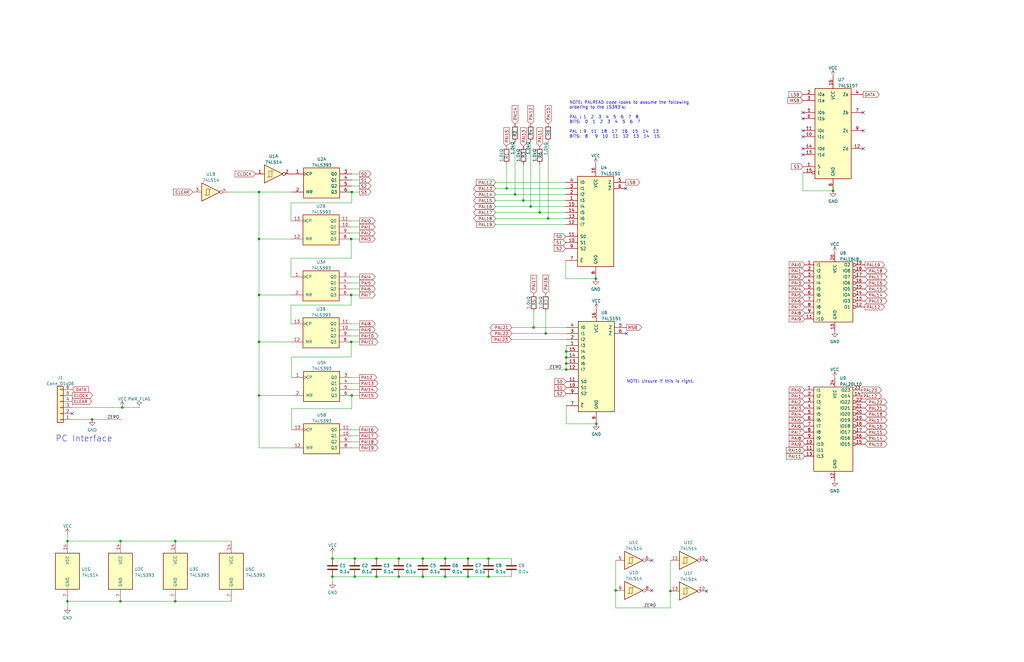
<source format=kicad_sch>
(kicad_sch (version 20211123) (generator eeschema)
  (paper "B")
  (lib_symbols
    (symbol "74xx:74LS14" (pin_names (offset 1.016))
      (property "Reference" "U" (at 0 1.27 0))
      (property "Value" "74LS14" (at 0 -1.27 0))
      (symbol "74LS14_1_0"
        (polyline (pts (xy -3.81 3.81) (xy -3.81 -3.81) (xy 3.81 0) (xy -3.81 3.81)) (stroke (width 0.254)) (fill (type background)))
        (pin input line (at -7.62 0 0) (length 3.81) (name "~") (number "1"))
        (pin output inverted (at 7.62 0 180) (length 3.81) (name "~") (number "2"))
      )
      (symbol "74LS14_1_1"
        (polyline (pts (xy -1.905 -1.27) (xy -1.905 1.27) (xy -0.635 1.27)))
        (polyline (pts (xy -2.54 -1.27) (xy -0.635 -1.27) (xy -0.635 1.27) (xy 0 1.27)))
      )
      (symbol "74LS14_2_0"
        (polyline (pts (xy -3.81 3.81) (xy -3.81 -3.81) (xy 3.81 0) (xy -3.81 3.81)) (stroke (width 0.254)) (fill (type background)))
        (pin input line (at -7.62 0 0) (length 3.81) (name "~") (number "3"))
        (pin output inverted (at 7.62 0 180) (length 3.81) (name "~") (number "4"))
      )
      (symbol "74LS14_2_1"
        (polyline (pts (xy -1.905 -1.27) (xy -1.905 1.27) (xy -0.635 1.27)))
        (polyline (pts (xy -2.54 -1.27) (xy -0.635 -1.27) (xy -0.635 1.27) (xy 0 1.27)))
      )
      (symbol "74LS14_3_0"
        (polyline (pts (xy -3.81 3.81) (xy -3.81 -3.81) (xy 3.81 0) (xy -3.81 3.81)) (stroke (width 0.254)) (fill (type background)))
        (pin input line (at -7.62 0 0) (length 3.81) (name "~") (number "5"))
        (pin output inverted (at 7.62 0 180) (length 3.81) (name "~") (number "6"))
      )
      (symbol "74LS14_3_1"
        (polyline (pts (xy -1.905 -1.27) (xy -1.905 1.27) (xy -0.635 1.27)))
        (polyline (pts (xy -2.54 -1.27) (xy -0.635 -1.27) (xy -0.635 1.27) (xy 0 1.27)))
      )
      (symbol "74LS14_4_0"
        (polyline (pts (xy -3.81 3.81) (xy -3.81 -3.81) (xy 3.81 0) (xy -3.81 3.81)) (stroke (width 0.254)) (fill (type background)))
        (pin output inverted (at 7.62 0 180) (length 3.81) (name "~") (number "8"))
        (pin input line (at -7.62 0 0) (length 3.81) (name "~") (number "9"))
      )
      (symbol "74LS14_4_1"
        (polyline (pts (xy -1.905 -1.27) (xy -1.905 1.27) (xy -0.635 1.27)))
        (polyline (pts (xy -2.54 -1.27) (xy -0.635 -1.27) (xy -0.635 1.27) (xy 0 1.27)))
      )
      (symbol "74LS14_5_0"
        (polyline (pts (xy -3.81 3.81) (xy -3.81 -3.81) (xy 3.81 0) (xy -3.81 3.81)) (stroke (width 0.254)) (fill (type background)))
        (pin output inverted (at 7.62 0 180) (length 3.81) (name "~") (number "10"))
        (pin input line (at -7.62 0 0) (length 3.81) (name "~") (number "11"))
      )
      (symbol "74LS14_5_1"
        (polyline (pts (xy -1.905 -1.27) (xy -1.905 1.27) (xy -0.635 1.27)))
        (polyline (pts (xy -2.54 -1.27) (xy -0.635 -1.27) (xy -0.635 1.27) (xy 0 1.27)))
      )
      (symbol "74LS14_6_0"
        (polyline (pts (xy -3.81 3.81) (xy -3.81 -3.81) (xy 3.81 0) (xy -3.81 3.81)) (stroke (width 0.254)) (fill (type background)))
        (pin output inverted (at 7.62 0 180) (length 3.81) (name "~") (number "12"))
        (pin input line (at -7.62 0 0) (length 3.81) (name "~") (number "13"))
      )
      (symbol "74LS14_6_1"
        (polyline (pts (xy -1.905 -1.27) (xy -1.905 1.27) (xy -0.635 1.27)))
        (polyline (pts (xy -2.54 -1.27) (xy -0.635 -1.27) (xy -0.635 1.27) (xy 0 1.27)))
      )
      (symbol "74LS14_7_0"
        (pin power_in line (at 0 12.7 270) (length 5.08) (name "VCC") (number "14"))
        (pin power_in line (at 0 -12.7 90) (length 5.08) (name "GND") (number "7"))
      )
      (symbol "74LS14_7_1"
        (rectangle (start -5.08 7.62) (end 5.08 -7.62) (stroke (width 0.254)) (fill (type background)))
      )
    )
    (symbol "74xx:74LS151" (pin_names (offset 1.016))
      (property "Reference" "U" (at -7.62 19.05 0))
      (property "Value" "74LS151" (at -7.62 -21.59 0))
      (symbol "74LS151_1_0"
        (pin input line (at -12.7 7.62 0) (length 5.08) (name "I3") (number "1"))
        (pin input line (at -12.7 -10.16 0) (length 5.08) (name "S1") (number "10"))
        (pin input line (at -12.7 -7.62 0) (length 5.08) (name "S0") (number "11"))
        (pin input line (at -12.7 -2.54 0) (length 5.08) (name "I7") (number "12"))
        (pin input line (at -12.7 0 0) (length 5.08) (name "I6") (number "13"))
        (pin input line (at -12.7 2.54 0) (length 5.08) (name "I5") (number "14"))
        (pin input line (at -12.7 5.08 0) (length 5.08) (name "I4") (number "15"))
        (pin power_in line (at 0 22.86 270) (length 5.08) (name "VCC") (number "16"))
        (pin input line (at -12.7 10.16 0) (length 5.08) (name "I2") (number "2"))
        (pin input line (at -12.7 12.7 0) (length 5.08) (name "I1") (number "3"))
        (pin input line (at -12.7 15.24 0) (length 5.08) (name "I0") (number "4"))
        (pin output line (at 12.7 15.24 180) (length 5.08) (name "Z") (number "5"))
        (pin output line (at 12.7 12.7 180) (length 5.08) (name "~{Z}") (number "6"))
        (pin input line (at -12.7 -17.78 0) (length 5.08) (name "~{E}") (number "7"))
        (pin power_in line (at 0 -25.4 90) (length 5.08) (name "GND") (number "8"))
        (pin input line (at -12.7 -12.7 0) (length 5.08) (name "S2") (number "9"))
      )
      (symbol "74LS151_1_1"
        (rectangle (start -7.62 17.78) (end 7.62 -20.32) (stroke (width 0.254)) (fill (type background)))
      )
    )
    (symbol "74xx:74LS157" (pin_names (offset 1.016))
      (property "Reference" "U" (at -7.62 19.05 0))
      (property "Value" "74LS157" (at -7.62 -21.59 0))
      (symbol "74LS157_1_0"
        (pin input line (at -12.7 -15.24 0) (length 5.08) (name "S") (number "1"))
        (pin input line (at -12.7 -2.54 0) (length 5.08) (name "I1c") (number "10"))
        (pin input line (at -12.7 0 0) (length 5.08) (name "I0c") (number "11"))
        (pin output line (at 12.7 -7.62 180) (length 5.08) (name "Zd") (number "12"))
        (pin input line (at -12.7 -10.16 0) (length 5.08) (name "I1d") (number "13"))
        (pin input line (at -12.7 -7.62 0) (length 5.08) (name "I0d") (number "14"))
        (pin input inverted (at -12.7 -17.78 0) (length 5.08) (name "E") (number "15"))
        (pin power_in line (at 0 22.86 270) (length 5.08) (name "VCC") (number "16"))
        (pin input line (at -12.7 15.24 0) (length 5.08) (name "I0a") (number "2"))
        (pin input line (at -12.7 12.7 0) (length 5.08) (name "I1a") (number "3"))
        (pin output line (at 12.7 15.24 180) (length 5.08) (name "Za") (number "4"))
        (pin input line (at -12.7 7.62 0) (length 5.08) (name "I0b") (number "5"))
        (pin input line (at -12.7 5.08 0) (length 5.08) (name "I1b") (number "6"))
        (pin output line (at 12.7 7.62 180) (length 5.08) (name "Zb") (number "7"))
        (pin power_in line (at 0 -25.4 90) (length 5.08) (name "GND") (number "8"))
        (pin output line (at 12.7 0 180) (length 5.08) (name "Zc") (number "9"))
      )
      (symbol "74LS157_1_1"
        (rectangle (start -7.62 17.78) (end 7.62 -20.32) (stroke (width 0.254)) (fill (type background)))
      )
    )
    (symbol "74xx:74LS393" (pin_names (offset 1.016))
      (property "Reference" "U" (at -7.62 8.89 0))
      (property "Value" "74LS393" (at -7.62 -8.89 0))
      (symbol "74LS393_1_0"
        (pin input clock (at -12.7 2.54 0) (length 5.08) (name "CP") (number "1"))
        (pin input line (at -12.7 -5.08 0) (length 5.08) (name "MR") (number "2"))
        (pin output line (at 12.7 2.54 180) (length 5.08) (name "Q0") (number "3"))
        (pin output line (at 12.7 0 180) (length 5.08) (name "Q1") (number "4"))
        (pin output line (at 12.7 -2.54 180) (length 5.08) (name "Q2") (number "5"))
        (pin output line (at 12.7 -5.08 180) (length 5.08) (name "Q3") (number "6"))
      )
      (symbol "74LS393_1_1"
        (rectangle (start -7.62 5.08) (end 7.62 -7.62) (stroke (width 0.254)) (fill (type background)))
      )
      (symbol "74LS393_2_0"
        (pin output line (at 12.7 0 180) (length 5.08) (name "Q1") (number "10"))
        (pin output line (at 12.7 2.54 180) (length 5.08) (name "Q0") (number "11"))
        (pin input line (at -12.7 -5.08 0) (length 5.08) (name "MR") (number "12"))
        (pin input clock (at -12.7 2.54 0) (length 5.08) (name "CP") (number "13"))
        (pin output line (at 12.7 -5.08 180) (length 5.08) (name "Q3") (number "8"))
        (pin output line (at 12.7 -2.54 180) (length 5.08) (name "Q2") (number "9"))
      )
      (symbol "74LS393_2_1"
        (rectangle (start -7.62 5.08) (end 7.62 -7.62) (stroke (width 0.254)) (fill (type background)))
      )
      (symbol "74LS393_3_0"
        (pin power_in line (at 0 12.7 270) (length 5.08) (name "VCC") (number "14"))
        (pin power_in line (at 0 -12.7 90) (length 5.08) (name "GND") (number "7"))
      )
      (symbol "74LS393_3_1"
        (rectangle (start -5.08 7.62) (end 5.08 -7.62) (stroke (width 0.254)) (fill (type background)))
      )
    )
    (symbol "Connector_Generic:Conn_01x06" (pin_names (offset 1.016) hide)
      (property "Reference" "J" (at 0 7.62 0))
      (property "Value" "Conn_01x06" (at 0 -10.16 0))
      (symbol "Conn_01x06_1_1"
        (rectangle (start -1.27 -7.493) (end 0 -7.747) (stroke (width 0.1524)))
        (rectangle (start -1.27 -4.953) (end 0 -5.207) (stroke (width 0.1524)))
        (rectangle (start -1.27 -2.413) (end 0 -2.667) (stroke (width 0.1524)))
        (rectangle (start -1.27 0.127) (end 0 -0.127) (stroke (width 0.1524)))
        (rectangle (start -1.27 2.667) (end 0 2.413) (stroke (width 0.1524)))
        (rectangle (start -1.27 5.207) (end 0 4.953) (stroke (width 0.1524)))
        (rectangle (start -1.27 6.35) (end 1.27 -8.89) (stroke (width 0.254)) (fill (type background)))
        (pin passive line (at -5.08 5.08 0) (length 3.81) (name "Pin_1") (number "1"))
        (pin passive line (at -5.08 2.54 0) (length 3.81) (name "Pin_2") (number "2"))
        (pin passive line (at -5.08 0 0) (length 3.81) (name "Pin_3") (number "3"))
        (pin passive line (at -5.08 -2.54 0) (length 3.81) (name "Pin_4") (number "4"))
        (pin passive line (at -5.08 -5.08 0) (length 3.81) (name "Pin_5") (number "5"))
        (pin passive line (at -5.08 -7.62 0) (length 3.81) (name "Pin_6") (number "6"))
      )
    )
    (symbol "Device:C" (pin_numbers hide) (pin_names (offset 0.254))
      (property "Reference" "C" (at 0.635 2.54 0))
      (property "Value" "C" (at 0.635 -2.54 0))
      (symbol "C_0_1"
        (polyline (pts (xy -2.032 -0.762) (xy 2.032 -0.762)) (stroke (width 0.508)))
        (polyline (pts (xy -2.032 0.762) (xy 2.032 0.762)) (stroke (width 0.508)))
      )
      (symbol "C_1_1"
        (pin passive line (at 0 3.81 270) (length 2.794) (name "~") (number "1"))
        (pin passive line (at 0 -3.81 90) (length 2.794) (name "~") (number "2"))
      )
    )
    (symbol "Device:R" (pin_numbers hide) (pin_names (offset 0))
      (property "Reference" "R" (at 2.032 0 90))
      (property "Value" "R" (at 0 0 90))
      (symbol "R_0_1"
        (rectangle (start -1.016 -2.54) (end 1.016 2.54) (stroke (width 0.254)))
      )
      (symbol "R_1_1"
        (pin passive line (at 0 3.81 270) (length 1.27) (name "~") (number "1"))
        (pin passive line (at 0 -3.81 90) (length 1.27) (name "~") (number "2"))
      )
    )
    (symbol "Logic_Programmable:PAL16L8" (pin_names (offset 1.016))
      (property "Reference" "U8" (at 2.0194 17.6698 0))
      (property "Value" "PAL16L8" (at 2.0194 15.1329 0))
      (symbol "PAL16L8_0_0"
        (pin power_in line (at 0 -15.24 90) (length 3.81) (name "GND") (number "10"))
        (pin power_in line (at 0 17.78 270) (length 3.81) (name "VCC") (number "20"))
      )
      (symbol "PAL16L8_0_1"
        (rectangle (start -8.89 13.97) (end 7.62 -11.43) (stroke (width 0.254)) (fill (type background)))
      )
      (symbol "PAL16L8_1_1"
        (pin input line (at -12.7 12.7 0) (length 3.81) (name "I1") (number "1"))
        (pin input line (at -12.7 -10.16 0) (length 3.81) (name "I10") (number "11"))
        (pin output inverted (at 12.7 -5.08 180) (length 5.08) (name "O1") (number "12"))
        (pin tri_state inverted (at 12.7 -2.54 180) (length 5.08) (name "IO3") (number "13"))
        (pin tri_state inverted (at 12.7 0 180) (length 5.08) (name "IO4") (number "14"))
        (pin tri_state inverted (at 12.7 2.54 180) (length 5.08) (name "IO5") (number "15"))
        (pin tri_state inverted (at 12.7 5.08 180) (length 5.08) (name "IO6") (number "16"))
        (pin tri_state inverted (at 12.7 7.62 180) (length 5.08) (name "I07") (number "17"))
        (pin tri_state inverted (at 12.7 10.16 180) (length 5.08) (name "IO8") (number "18"))
        (pin output inverted (at 12.7 12.7 180) (length 5.08) (name "O2") (number "19"))
        (pin input line (at -12.7 10.16 0) (length 3.81) (name "I2") (number "2"))
        (pin input line (at -12.7 7.62 0) (length 3.81) (name "I3") (number "3"))
        (pin input line (at -12.7 5.08 0) (length 3.81) (name "I4") (number "4"))
        (pin input line (at -12.7 2.54 0) (length 3.81) (name "I5") (number "5"))
        (pin input line (at -12.7 0 0) (length 3.81) (name "I6") (number "6"))
        (pin input line (at -12.7 -2.54 0) (length 3.81) (name "I7") (number "7"))
        (pin input line (at -12.7 -5.08 0) (length 3.81) (name "I8") (number "8"))
        (pin input line (at -12.7 -7.62 0) (length 3.81) (name "I9") (number "9"))
      )
    )
    (symbol "RAC_Custom2:PAL20L10" (pin_names (offset 1.016))
      (property "Reference" "U" (at -8.89 21.59 0))
      (property "Value" "PAL20L10" (at 1.27 21.59 0))
      (symbol "PAL20L10_0_0"
        (pin power_in line (at 0 -20.32 90) (length 3.81) (name "GND") (number "12"))
        (pin power_in line (at 0 22.86 270) (length 3.81) (name "VCC") (number "24"))
      )
      (symbol "PAL20L10_0_1"
        (rectangle (start -8.89 19.05) (end 7.62 -16.51) (stroke (width 0.254)) (fill (type background)))
      )
      (symbol "PAL20L10_1_1"
        (pin input line (at -12.7 17.78 0) (length 3.81) (name "I1") (number "1"))
        (pin input line (at -12.7 -5.08 0) (length 3.81) (name "I10") (number "10"))
        (pin input line (at -12.7 -7.62 0) (length 3.81) (name "I11") (number "11"))
        (pin input line (at -12.7 -10.16 0) (length 3.81) (name "I13") (number "13"))
        (pin output line (at 11.43 15.24 180) (length 3.81) (name "O14") (number "14"))
        (pin tri_state inverted (at 12.7 -5.08 180) (length 5.08) (name "IO15") (number "15"))
        (pin tri_state inverted (at 12.7 -2.54 180) (length 5.08) (name "IO16") (number "16"))
        (pin tri_state inverted (at 12.7 0 180) (length 5.08) (name "IO17") (number "17"))
        (pin tri_state inverted (at 12.7 2.54 180) (length 5.08) (name "IO18") (number "18"))
        (pin tri_state inverted (at 12.7 5.08 180) (length 5.08) (name "IO19") (number "19"))
        (pin input line (at -12.7 15.24 0) (length 3.81) (name "I2") (number "2"))
        (pin tri_state inverted (at 12.7 7.62 180) (length 5.08) (name "I020") (number "20"))
        (pin tri_state inverted (at 12.7 10.16 180) (length 5.08) (name "IO21") (number "21"))
        (pin tri_state inverted (at 12.7 12.7 180) (length 5.08) (name "IO22") (number "22"))
        (pin output line (at 11.43 17.78 180) (length 3.81) (name "O23") (number "23"))
        (pin input line (at -12.7 12.7 0) (length 3.81) (name "I3") (number "3"))
        (pin input line (at -12.7 10.16 0) (length 3.81) (name "I4") (number "4"))
        (pin input line (at -12.7 7.62 0) (length 3.81) (name "I5") (number "5"))
        (pin input line (at -12.7 5.08 0) (length 3.81) (name "I6") (number "6"))
        (pin input line (at -12.7 2.54 0) (length 3.81) (name "I7") (number "7"))
        (pin input line (at -12.7 0 0) (length 3.81) (name "I8") (number "8"))
        (pin input line (at -12.7 -2.54 0) (length 3.81) (name "I9") (number "9"))
      )
    )
    (symbol "power:GND" (power) (pin_names (offset 0))
      (property "Value" "GND" (at 0 -3.81 0))
      (symbol "GND_0_1"
        (polyline (pts (xy 0 0) (xy 0 -1.27) (xy 1.27 -1.27) (xy 0 -2.54) (xy -1.27 -1.27) (xy 0 -1.27)))
      )
      (symbol "GND_1_1"
        (pin power_in line (at 0 0 270) (length 0) hide (name "GND") (number "1"))
      )
    )
    (symbol "power:PWR_FLAG" (power) (pin_numbers hide) (pin_names (offset 0) hide)
      (property "Value" "PWR_FLAG" (at 0 3.81 0))
      (symbol "PWR_FLAG_0_0"
        (pin power_out line (at 0 0 90) (length 0) (name "pwr") (number "1"))
      )
      (symbol "PWR_FLAG_0_1"
        (polyline (pts (xy 0 0) (xy 0 1.27) (xy -1.016 1.905) (xy 0 2.54) (xy 1.016 1.905) (xy 0 1.27)))
      )
    )
    (symbol "power:VCC" (power) (pin_names (offset 0))
      (property "Value" "VCC" (at 0 3.81 0))
      (symbol "VCC_0_1"
        (polyline (pts (xy -0.762 1.27) (xy 0 2.54)))
        (polyline (pts (xy 0 0) (xy 0 2.54)))
        (polyline (pts (xy 0 2.54) (xy 0.762 1.27)))
      )
      (symbol "VCC_1_1"
        (pin power_in line (at 0 0 90) (length 0) hide (name "VCC") (number "1"))
      )
    )
  )
  (junction (at 149.606 243.332))
  (junction (at 38.862 177.038))
  (junction (at 187.706 235.712))
  (junction (at 259.588 249.174))
  (junction (at 148.336 81.026))
  (junction (at 351.282 80.518))
  (junction (at 168.148 243.332))
  (junction (at 109.22 144.272))
  (junction (at 230.124 140.716))
  (junction (at 225.044 138.176))
  (junction (at 140.208 243.332))
  (junction (at 148.082 144.272))
  (junction (at 197.358 243.332))
  (junction (at 158.75 235.712))
  (junction (at 238.76 148.336))
  (junction (at 238.76 153.416))
  (junction (at 187.706 243.332))
  (junction (at 109.22 100.838))
  (junction (at 28.448 253.746))
  (junction (at 109.22 81.026))
  (junction (at 28.448 228.346))
  (junction (at 227.584 89.662))
  (junction (at 51.562 171.958))
  (junction (at 223.774 87.122))
  (junction (at 251.206 117.602))
  (junction (at 238.76 150.876))
  (junction (at 178.308 235.712))
  (junction (at 205.994 235.712))
  (junction (at 148.082 124.46))
  (junction (at 109.22 166.878))
  (junction (at 148.082 100.838))
  (junction (at 140.208 235.712))
  (junction (at 213.614 79.502))
  (junction (at 50.8 228.346))
  (junction (at 197.358 235.712))
  (junction (at 231.14 92.202))
  (junction (at 220.726 84.582))
  (junction (at 50.8 253.746))
  (junction (at 251.46 178.816))
  (junction (at 178.308 243.332))
  (junction (at 205.994 243.332))
  (junction (at 73.914 228.346))
  (junction (at 217.17 82.042))
  (junction (at 109.22 124.46))
  (junction (at 149.606 235.712))
  (junction (at 168.148 235.712))
  (junction (at 73.914 253.746))
  (junction (at 238.76 155.956))
  (junction (at 158.75 243.332))
  (junction (at 148.336 166.878))
  (junction (at 282.702 249.428))
  (no_connect (at 363.982 62.738))
  (no_connect (at 264.16 140.716))
  (no_connect (at 338.582 57.658))
  (no_connect (at 263.906 79.502))
  (no_connect (at 338.582 55.118))
  (no_connect (at 363.982 55.118))
  (no_connect (at 30.48 174.498))
  (no_connect (at 274.828 249.174))
  (no_connect (at 338.582 62.738))
  (no_connect (at 338.582 50.038))
  (no_connect (at 338.582 47.498))
  (no_connect (at 297.942 236.474))
  (no_connect (at 274.828 236.474))
  (no_connect (at 363.982 47.498))
  (no_connect (at 338.582 65.278))
  (no_connect (at 297.942 249.428))
  (wire (pts (xy 220.726 69.342) (xy 220.726 84.582)))
  (wire (pts (xy 215.646 143.256) (xy 238.76 143.256)))
  (wire (pts (xy 251.46 178.816) (xy 238.76 178.816)))
  (wire (pts (xy 215.9 138.176) (xy 225.044 138.176)))
  (wire (pts (xy 148.336 161.798) (xy 151.638 161.798)))
  (wire (pts (xy 187.706 243.332) (xy 197.358 243.332)))
  (wire (pts (xy 148.082 95.758) (xy 151.638 95.758)))
  (wire (pts (xy 148.082 136.652) (xy 151.638 136.652)))
  (wire (pts (xy 217.17 59.944) (xy 217.17 82.042)))
  (wire (pts (xy 30.48 177.038) (xy 38.862 177.038)))
  (wire (pts (xy 168.148 243.332) (xy 178.308 243.332)))
  (wire (pts (xy 238.506 117.602) (xy 238.506 109.982)))
  (wire (pts (xy 122.936 188.976) (xy 109.22 188.976)))
  (wire (pts (xy 122.936 166.878) (xy 109.22 166.878)))
  (wire (pts (xy 148.082 141.732) (xy 151.638 141.732)))
  (wire (pts (xy 122.936 172.466) (xy 122.936 181.356)))
  (wire (pts (xy 178.308 243.332) (xy 187.706 243.332)))
  (wire (pts (xy 122.682 108.966) (xy 122.682 116.84)))
  (wire (pts (xy 158.75 243.332) (xy 168.148 243.332)))
  (wire (pts (xy 178.308 235.712) (xy 187.706 235.712)))
  (wire (pts (xy 28.448 253.746) (xy 28.448 256.286)))
  (wire (pts (xy 259.588 249.174) (xy 259.588 256.54)))
  (wire (pts (xy 223.774 59.944) (xy 223.774 87.122)))
  (wire (pts (xy 122.936 150.622) (xy 122.936 159.258)))
  (wire (pts (xy 209.042 89.662) (xy 227.584 89.662)))
  (wire (pts (xy 217.17 82.042) (xy 238.506 82.042)))
  (wire (pts (xy 227.584 89.662) (xy 238.506 89.662)))
  (wire (pts (xy 148.082 128.778) (xy 122.682 128.778)))
  (wire (pts (xy 122.936 150.622) (xy 148.082 150.622)))
  (wire (pts (xy 259.588 256.54) (xy 282.702 256.54)))
  (wire (pts (xy 225.044 138.176) (xy 238.76 138.176)))
  (wire (pts (xy 30.48 171.958) (xy 51.562 171.958)))
  (wire (pts (xy 148.336 188.976) (xy 151.638 188.976)))
  (wire (pts (xy 238.76 145.796) (xy 238.76 148.336)))
  (wire (pts (xy 148.336 172.466) (xy 122.936 172.466)))
  (wire (pts (xy 148.336 85.598) (xy 122.682 85.598)))
  (wire (pts (xy 148.082 98.298) (xy 151.638 98.298)))
  (wire (pts (xy 282.702 236.474) (xy 282.702 249.428)))
  (wire (pts (xy 148.082 121.92) (xy 151.638 121.92)))
  (wire (pts (xy 238.76 153.416) (xy 238.76 155.956)))
  (wire (pts (xy 230.124 131.572) (xy 230.124 140.716)))
  (wire (pts (xy 148.336 166.878) (xy 148.336 172.466)))
  (wire (pts (xy 109.22 144.272) (xy 122.682 144.272)))
  (wire (pts (xy 109.22 124.46) (xy 122.682 124.46)))
  (wire (pts (xy 187.706 235.712) (xy 197.358 235.712)))
  (wire (pts (xy 122.682 100.838) (xy 109.22 100.838)))
  (wire (pts (xy 231.14 59.944) (xy 231.14 92.202)))
  (wire (pts (xy 109.22 144.272) (xy 109.22 166.878)))
  (wire (pts (xy 238.76 178.816) (xy 238.76 171.196)))
  (wire (pts (xy 148.336 181.356) (xy 151.638 181.356)))
  (wire (pts (xy 122.682 85.598) (xy 122.682 93.218)))
  (wire (pts (xy 148.082 108.966) (xy 122.682 108.966)))
  (wire (pts (xy 209.042 94.742) (xy 238.506 94.742)))
  (wire (pts (xy 109.22 188.976) (xy 109.22 166.878)))
  (wire (pts (xy 238.76 155.956) (xy 230.124 155.956)))
  (wire (pts (xy 338.582 80.518) (xy 351.282 80.518)))
  (wire (pts (xy 51.562 171.958) (xy 58.674 171.958)))
  (wire (pts (xy 28.448 225.552) (xy 28.448 228.346)))
  (wire (pts (xy 140.208 235.712) (xy 149.606 235.712)))
  (wire (pts (xy 148.336 159.258) (xy 151.638 159.258)))
  (wire (pts (xy 50.8 228.346) (xy 73.914 228.346)))
  (wire (pts (xy 109.22 81.026) (xy 109.22 100.838)))
  (wire (pts (xy 148.082 144.272) (xy 148.082 150.622)))
  (wire (pts (xy 213.614 69.342) (xy 213.614 79.502)))
  (wire (pts (xy 148.082 144.272) (xy 151.638 144.272)))
  (wire (pts (xy 158.75 235.712) (xy 168.148 235.712)))
  (wire (pts (xy 209.042 82.042) (xy 217.17 82.042)))
  (wire (pts (xy 148.336 166.878) (xy 151.638 166.878)))
  (wire (pts (xy 122.682 128.778) (xy 122.682 136.652)))
  (wire (pts (xy 227.584 69.342) (xy 227.584 89.662)))
  (wire (pts (xy 209.042 79.502) (xy 213.614 79.502)))
  (wire (pts (xy 148.336 75.946) (xy 151.638 75.946)))
  (wire (pts (xy 197.358 235.712) (xy 205.994 235.712)))
  (wire (pts (xy 223.774 87.122) (xy 238.506 87.122)))
  (wire (pts (xy 148.336 186.436) (xy 151.638 186.436)))
  (wire (pts (xy 148.336 81.026) (xy 151.638 81.026)))
  (wire (pts (xy 148.336 78.486) (xy 151.638 78.486)))
  (wire (pts (xy 205.994 235.712) (xy 215.646 235.712)))
  (wire (pts (xy 148.336 183.896) (xy 151.638 183.896)))
  (wire (pts (xy 73.914 253.746) (xy 97.536 253.746)))
  (wire (pts (xy 28.448 253.746) (xy 50.8 253.746)))
  (wire (pts (xy 148.336 164.338) (xy 151.638 164.338)))
  (wire (pts (xy 148.082 100.838) (xy 148.082 108.966)))
  (wire (pts (xy 148.082 100.838) (xy 151.638 100.838)))
  (wire (pts (xy 209.042 76.962) (xy 238.506 76.962)))
  (wire (pts (xy 148.082 139.192) (xy 151.638 139.192)))
  (wire (pts (xy 149.606 235.712) (xy 158.75 235.712)))
  (wire (pts (xy 209.042 92.202) (xy 231.14 92.202)))
  (wire (pts (xy 148.082 119.38) (xy 151.638 119.38)))
  (wire (pts (xy 28.448 228.346) (xy 50.8 228.346)))
  (wire (pts (xy 140.208 233.68) (xy 140.208 235.712)))
  (wire (pts (xy 230.124 140.716) (xy 238.76 140.716)))
  (wire (pts (xy 205.994 243.332) (xy 215.646 243.332)))
  (wire (pts (xy 96.52 81.026) (xy 109.22 81.026)))
  (wire (pts (xy 148.336 73.406) (xy 151.638 73.406)))
  (wire (pts (xy 215.9 140.716) (xy 230.124 140.716)))
  (wire (pts (xy 251.206 117.602) (xy 238.506 117.602)))
  (wire (pts (xy 50.8 253.746) (xy 73.914 253.746)))
  (wire (pts (xy 259.588 236.474) (xy 259.588 249.174)))
  (wire (pts (xy 197.358 243.332) (xy 205.994 243.332)))
  (wire (pts (xy 148.082 124.46) (xy 151.638 124.46)))
  (wire (pts (xy 109.22 100.838) (xy 109.22 124.46)))
  (wire (pts (xy 109.22 81.026) (xy 122.936 81.026)))
  (wire (pts (xy 140.208 243.332) (xy 140.208 245.618)))
  (wire (pts (xy 38.862 177.038) (xy 51.308 177.038)))
  (wire (pts (xy 140.208 243.332) (xy 149.606 243.332)))
  (wire (pts (xy 238.76 148.336) (xy 238.76 150.876)))
  (wire (pts (xy 213.614 79.502) (xy 238.506 79.502)))
  (wire (pts (xy 149.606 243.332) (xy 158.75 243.332)))
  (wire (pts (xy 209.042 87.122) (xy 223.774 87.122)))
  (wire (pts (xy 231.14 92.202) (xy 238.506 92.202)))
  (wire (pts (xy 282.702 256.54) (xy 282.702 249.428)))
  (wire (pts (xy 148.336 81.026) (xy 148.336 85.598)))
  (wire (pts (xy 220.726 84.582) (xy 238.506 84.582)))
  (wire (pts (xy 168.148 235.712) (xy 178.308 235.712)))
  (wire (pts (xy 209.042 84.582) (xy 220.726 84.582)))
  (wire (pts (xy 148.082 116.84) (xy 151.638 116.84)))
  (wire (pts (xy 148.082 124.46) (xy 148.082 128.778)))
  (wire (pts (xy 73.914 228.346) (xy 97.536 228.346)))
  (wire (pts (xy 148.082 93.218) (xy 151.638 93.218)))
  (wire (pts (xy 109.22 124.46) (xy 109.22 144.272)))
  (wire (pts (xy 338.582 72.898) (xy 338.582 80.518)))
  (wire (pts (xy 225.044 131.572) (xy 225.044 138.176)))
  (wire (pts (xy 238.76 150.876) (xy 238.76 153.416)))
  (text "PC Interface" (at 23.368 186.69 0) (effects (font (size 2.54 2.54)) (justify left bottom)))
  (text "NOTE: PALREAD code looks to assume the following\nordering to the LS393's:\n\nPAL : 1  2  3  4  5  6  7  8\nBITS:  0  1  2  3  4  5  6  7\n\nPAL : 9  11  18  17  16  15  14  13\nBITS:  8   9  10  11  12  13  14  15\n" (at 240.03 58.42 0) (effects (font (size 1.27 1.27)) (justify left bottom)))
  (text "NOTE: Unsure if this is right." (at 264.16 161.798 0) (effects (font (size 1.27 1.27)) (justify left bottom)))
  (label "ZERO" (at 271.526 256.54 0))
  (label "ZERO" (at 231.648 155.956 0))
  (label "ZERO" (at 45.212 177.038 0))
  (global_label "PAL15" (shape bidirectional) (at 364.744 121.92 0) (property "Intersheet References" "${INTERSHEET_REFS}" (effects hide)))
  (global_label "PAI10" (shape input) (at 339.344 189.992 180) (property "Intersheet References" "${INTERSHEET_REFS}" (effects hide)))
  (global_label "PAI16" (shape input) (at 230.124 123.952 90) (property "Intersheet References" "${INTERSHEET_REFS}" (effects hide)))
  (global_label "PAI15" (shape input) (at 213.614 61.722 90) (property "Intersheet References" "${INTERSHEET_REFS}" (effects hide)))
  (global_label "PAL15" (shape bidirectional) (at 364.744 182.372 0) (property "Intersheet References" "${INTERSHEET_REFS}" (effects hide)))
  (global_label "PAI7" (shape input) (at 339.344 182.372 180) (property "Intersheet References" "${INTERSHEET_REFS}" (effects hide)))
  (global_label "S0" (shape input) (at 238.76 161.036 180) (property "Intersheet References" "${INTERSHEET_REFS}" (effects hide)))
  (global_label "PAL13" (shape bidirectional) (at 209.042 79.502 180) (property "Intersheet References" "${INTERSHEET_REFS}" (effects hide)))
  (global_label "PAI1" (shape input) (at 339.344 114.3 180) (property "Intersheet References" "${INTERSHEET_REFS}" (effects hide)))
  (global_label "PAL21" (shape bidirectional) (at 215.9 138.176 180) (property "Intersheet References" "${INTERSHEET_REFS}" (effects hide)))
  (global_label "PAI10" (shape output) (at 151.638 141.732 0) (property "Intersheet References" "${INTERSHEET_REFS}" (effects hide)))
  (global_label "PAI6" (shape input) (at 339.344 179.832 180) (property "Intersheet References" "${INTERSHEET_REFS}" (effects hide)))
  (global_label "PAI0" (shape input) (at 339.344 164.592 180) (property "Intersheet References" "${INTERSHEET_REFS}" (effects hide)))
  (global_label "PAL12" (shape input) (at 209.042 76.962 180) (property "Intersheet References" "${INTERSHEET_REFS}" (effects hide)))
  (global_label "PAL19" (shape output) (at 364.744 111.76 0) (property "Intersheet References" "${INTERSHEET_REFS}" (effects hide)))
  (global_label "CLOCK" (shape input) (at 107.696 73.406 180) (property "Intersheet References" "${INTERSHEET_REFS}" (effects hide)))
  (global_label "PAI5" (shape input) (at 339.344 177.292 180) (property "Intersheet References" "${INTERSHEET_REFS}" (effects hide)))
  (global_label "PAI11" (shape input) (at 339.344 192.532 180) (property "Intersheet References" "${INTERSHEET_REFS}" (effects hide)))
  (global_label "PAL22" (shape bidirectional) (at 364.744 169.672 0) (property "Intersheet References" "${INTERSHEET_REFS}" (effects hide)))
  (global_label "PAI5" (shape input) (at 339.344 124.46 180) (property "Intersheet References" "${INTERSHEET_REFS}" (effects hide)))
  (global_label "S2" (shape input) (at 238.506 104.902 180) (property "Intersheet References" "${INTERSHEET_REFS}" (effects hide)))
  (global_label "PAI1" (shape input) (at 339.344 167.132 180) (property "Intersheet References" "${INTERSHEET_REFS}" (effects hide)))
  (global_label "PAL14" (shape bidirectional) (at 364.744 184.912 0) (property "Intersheet References" "${INTERSHEET_REFS}" (effects hide)))
  (global_label "PAI17" (shape input) (at 225.044 123.952 90) (property "Intersheet References" "${INTERSHEET_REFS}" (effects hide)))
  (global_label "PAI12" (shape input) (at 223.774 52.324 90) (property "Intersheet References" "${INTERSHEET_REFS}" (effects hide)))
  (global_label "PAI0" (shape input) (at 339.344 111.76 180) (property "Intersheet References" "${INTERSHEET_REFS}" (effects hide)))
  (global_label "PAI16" (shape output) (at 151.638 181.356 0) (property "Intersheet References" "${INTERSHEET_REFS}" (effects hide)))
  (global_label "PAI17" (shape output) (at 151.638 183.896 0) (property "Intersheet References" "${INTERSHEET_REFS}" (effects hide)))
  (global_label "MSB" (shape output) (at 264.16 138.176 0) (property "Intersheet References" "${INTERSHEET_REFS}" (effects hide)))
  (global_label "PAL15" (shape bidirectional) (at 209.042 84.582 180) (property "Intersheet References" "${INTERSHEET_REFS}" (effects hide)))
  (global_label "PAL13" (shape bidirectional) (at 364.744 187.452 0) (property "Intersheet References" "${INTERSHEET_REFS}" (effects hide)))
  (global_label "PAL14" (shape bidirectional) (at 364.744 124.46 0) (property "Intersheet References" "${INTERSHEET_REFS}" (effects hide)))
  (global_label "PAL18" (shape bidirectional) (at 364.744 174.752 0) (property "Intersheet References" "${INTERSHEET_REFS}" (effects hide)))
  (global_label "PAI4" (shape input) (at 339.344 121.92 180) (property "Intersheet References" "${INTERSHEET_REFS}" (effects hide)))
  (global_label "S1" (shape input) (at 238.506 102.362 180) (property "Intersheet References" "${INTERSHEET_REFS}" (effects hide)))
  (global_label "PAL21" (shape bidirectional) (at 364.744 172.212 0) (property "Intersheet References" "${INTERSHEET_REFS}" (effects hide)))
  (global_label "CLOCK" (shape output) (at 30.48 166.878 0) (property "Intersheet References" "${INTERSHEET_REFS}" (effects hide)))
  (global_label "PAL23" (shape output) (at 363.474 164.592 0) (property "Intersheet References" "${INTERSHEET_REFS}" (effects hide)))
  (global_label "PAI10" (shape input) (at 231.14 52.324 90) (property "Intersheet References" "${INTERSHEET_REFS}" (effects hide)))
  (global_label "PAI14" (shape input) (at 217.17 52.324 90) (property "Intersheet References" "${INTERSHEET_REFS}" (effects hide)))
  (global_label "S2" (shape input) (at 238.76 166.116 180) (property "Intersheet References" "${INTERSHEET_REFS}" (effects hide)))
  (global_label "PAI14" (shape output) (at 151.638 164.338 0) (property "Intersheet References" "${INTERSHEET_REFS}" (effects hide)))
  (global_label "DATA" (shape output) (at 363.982 39.878 0) (property "Intersheet References" "${INTERSHEET_REFS}" (effects hide)))
  (global_label "PAI2" (shape output) (at 151.638 98.298 0) (property "Intersheet References" "${INTERSHEET_REFS}" (effects hide)))
  (global_label "PAL13" (shape bidirectional) (at 364.744 127 0) (property "Intersheet References" "${INTERSHEET_REFS}" (effects hide)))
  (global_label "PAI9" (shape input) (at 339.344 187.452 180) (property "Intersheet References" "${INTERSHEET_REFS}" (effects hide)))
  (global_label "PAI7" (shape input) (at 339.344 129.54 180) (property "Intersheet References" "${INTERSHEET_REFS}" (effects hide)))
  (global_label "PAI0" (shape output) (at 151.638 93.218 0) (property "Intersheet References" "${INTERSHEET_REFS}" (effects hide)))
  (global_label "PAI4" (shape output) (at 151.638 116.84 0) (property "Intersheet References" "${INTERSHEET_REFS}" (effects hide)))
  (global_label "LSB" (shape output) (at 263.906 76.962 0) (property "Intersheet References" "${INTERSHEET_REFS}" (effects hide)))
  (global_label "PAI5" (shape output) (at 151.638 119.38 0) (property "Intersheet References" "${INTERSHEET_REFS}" (effects hide)))
  (global_label "PAL12" (shape output) (at 363.474 167.132 0) (property "Intersheet References" "${INTERSHEET_REFS}" (effects hide)))
  (global_label "PAI3" (shape output) (at 151.638 100.838 0) (property "Intersheet References" "${INTERSHEET_REFS}" (effects hide)))
  (global_label "PAL19" (shape input) (at 209.042 94.742 180) (property "Intersheet References" "${INTERSHEET_REFS}" (effects hide)))
  (global_label "PAI9" (shape input) (at 339.344 134.62 180) (property "Intersheet References" "${INTERSHEET_REFS}" (effects hide)))
  (global_label "S1" (shape output) (at 151.638 75.946 0) (property "Intersheet References" "${INTERSHEET_REFS}" (effects hide)))
  (global_label "PAL16" (shape bidirectional) (at 364.744 179.832 0) (property "Intersheet References" "${INTERSHEET_REFS}" (effects hide)))
  (global_label "PA12" (shape output) (at 151.638 159.258 0) (property "Intersheet References" "${INTERSHEET_REFS}" (effects hide)))
  (global_label "PAI1" (shape output) (at 151.638 95.758 0) (property "Intersheet References" "${INTERSHEET_REFS}" (effects hide)))
  (global_label "PAL23" (shape input) (at 215.646 143.256 180) (property "Intersheet References" "${INTERSHEET_REFS}" (effects hide)))
  (global_label "PAI13" (shape output) (at 151.638 161.798 0) (property "Intersheet References" "${INTERSHEET_REFS}" (effects hide)))
  (global_label "S0" (shape output) (at 151.638 73.406 0) (property "Intersheet References" "${INTERSHEET_REFS}" (effects hide)))
  (global_label "S3" (shape input) (at 338.582 70.358 180) (property "Intersheet References" "${INTERSHEET_REFS}" (effects hide)))
  (global_label "PAI6" (shape output) (at 151.638 121.92 0) (property "Intersheet References" "${INTERSHEET_REFS}" (effects hide)))
  (global_label "PAI7" (shape output) (at 151.638 124.46 0) (property "Intersheet References" "${INTERSHEET_REFS}" (effects hide)))
  (global_label "PAI11" (shape input) (at 227.584 61.722 90) (property "Intersheet References" "${INTERSHEET_REFS}" (effects hide)))
  (global_label "PAI4" (shape input) (at 339.344 174.752 180) (property "Intersheet References" "${INTERSHEET_REFS}" (effects hide)))
  (global_label "PAL16" (shape bidirectional) (at 209.042 87.122 180) (property "Intersheet References" "${INTERSHEET_REFS}" (effects hide)))
  (global_label "PAI2" (shape input) (at 339.344 116.84 180) (property "Intersheet References" "${INTERSHEET_REFS}" (effects hide)))
  (global_label "PAL12" (shape output) (at 364.744 129.54 0) (property "Intersheet References" "${INTERSHEET_REFS}" (effects hide)))
  (global_label "PAI8" (shape input) (at 339.344 132.08 180) (property "Intersheet References" "${INTERSHEET_REFS}" (effects hide)))
  (global_label "S1" (shape input) (at 238.76 163.576 180) (property "Intersheet References" "${INTERSHEET_REFS}" (effects hide)))
  (global_label "S0" (shape input) (at 238.506 99.822 180) (property "Intersheet References" "${INTERSHEET_REFS}" (effects hide)))
  (global_label "PAL22" (shape bidirectional) (at 215.9 140.716 180) (property "Intersheet References" "${INTERSHEET_REFS}" (effects hide)))
  (global_label "PAI8" (shape input) (at 339.344 184.912 180) (property "Intersheet References" "${INTERSHEET_REFS}" (effects hide)))
  (global_label "PAI3" (shape input) (at 339.344 172.212 180) (property "Intersheet References" "${INTERSHEET_REFS}" (effects hide)))
  (global_label "PAL18" (shape bidirectional) (at 209.042 92.202 180) (property "Intersheet References" "${INTERSHEET_REFS}" (effects hide)))
  (global_label "LSB" (shape input) (at 338.582 39.878 180) (property "Intersheet References" "${INTERSHEET_REFS}" (effects hide)))
  (global_label "PAL17" (shape bidirectional) (at 364.744 116.84 0) (property "Intersheet References" "${INTERSHEET_REFS}" (effects hide)))
  (global_label "PAI6" (shape input) (at 339.344 127 180) (property "Intersheet References" "${INTERSHEET_REFS}" (effects hide)))
  (global_label "PAL17" (shape bidirectional) (at 364.744 177.292 0) (property "Intersheet References" "${INTERSHEET_REFS}" (effects hide)))
  (global_label "S3" (shape output) (at 151.638 81.026 0) (property "Intersheet References" "${INTERSHEET_REFS}" (effects hide)))
  (global_label "PAI15" (shape output) (at 151.638 166.878 0) (property "Intersheet References" "${INTERSHEET_REFS}" (effects hide)))
  (global_label "DATA" (shape input) (at 30.48 164.338 0) (property "Intersheet References" "${INTERSHEET_REFS}" (effects hide)))
  (global_label "PAL18" (shape bidirectional) (at 364.744 114.3 0) (property "Intersheet References" "${INTERSHEET_REFS}" (effects hide)))
  (global_label "PAL16" (shape bidirectional) (at 364.744 119.38 0) (property "Intersheet References" "${INTERSHEET_REFS}" (effects hide)))
  (global_label "PAI8" (shape output) (at 151.638 136.652 0) (property "Intersheet References" "${INTERSHEET_REFS}" (effects hide)))
  (global_label "MSB" (shape input) (at 338.582 42.418 180) (property "Intersheet References" "${INTERSHEET_REFS}" (effects hide)))
  (global_label "PAI9" (shape output) (at 151.638 139.192 0) (property "Intersheet References" "${INTERSHEET_REFS}" (effects hide)))
  (global_label "S2" (shape output) (at 151.638 78.486 0) (property "Intersheet References" "${INTERSHEET_REFS}" (effects hide)))
  (global_label "PAI18" (shape output) (at 151.638 186.436 0) (property "Intersheet References" "${INTERSHEET_REFS}" (effects hide)))
  (global_label "PAI19" (shape output) (at 151.638 188.976 0) (property "Intersheet References" "${INTERSHEET_REFS}" (effects hide)))
  (global_label "PAL17" (shape bidirectional) (at 209.042 89.662 180) (property "Intersheet References" "${INTERSHEET_REFS}" (effects hide)))
  (global_label "PAI11" (shape output) (at 151.638 144.272 0) (property "Intersheet References" "${INTERSHEET_REFS}" (effects hide)))
  (global_label "CLEAR" (shape input) (at 81.28 81.026 180) (property "Intersheet References" "${INTERSHEET_REFS}" (effects hide)))
  (global_label "PAI13" (shape input) (at 220.726 61.722 90) (property "Intersheet References" "${INTERSHEET_REFS}" (effects hide)))
  (global_label "PAI3" (shape input) (at 339.344 119.38 180) (property "Intersheet References" "${INTERSHEET_REFS}" (effects hide)))
  (global_label "PAI2" (shape input) (at 339.344 169.672 180) (property "Intersheet References" "${INTERSHEET_REFS}" (effects hide)))
  (global_label "CLEAR" (shape output) (at 30.48 169.418 0) (property "Intersheet References" "${INTERSHEET_REFS}" (effects hide)))
  (global_label "PAL14" (shape bidirectional) (at 209.042 82.042 180) (property "Intersheet References" "${INTERSHEET_REFS}" (effects hide)))
  (symbol (lib_id "Device:R") (at 217.17 56.134 180) (unit 1)
    (property "Reference" "R2" (at 217.17 56.388 90))
    (property "Value" "1.0kQ" (at 216.154 62.484 90))
    (property "Footprint" "Resistor_THT:R_Axial_DIN0207_L6.3mm_D2.5mm_P7.62mm_Horizontal" (effects hide))
  )
  (symbol (lib_id "power:GND") (at 351.282 80.518 0) (unit 1)
    (property "Reference" "#PWR012" (effects hide))
    (property "Value" "GND" (at 351.282 84.9614 0))
  )
  (symbol (lib_id "74xx:74LS393") (at 135.636 161.798 0) (unit 1)
    (property "Reference" "U5" (at 135.636 153.0182 0))
    (property "Value" "74LS393" (at 135.636 155.5551 0))
    (property "Footprint" "Package_DIP:DIP-14_W7.62mm_Socket_LongPads" (effects hide))
    (property "Datasheet" "74xx\\74LS393.pdf" (effects hide))
  )
  (symbol (lib_id "power:VCC") (at 51.562 171.958 0) (unit 1)
    (property "Reference" "#PWR04" (effects hide))
    (property "Value" "VCC" (at 51.562 168.3822 0))
  )
  (symbol (lib_id "Device:C") (at 215.646 239.522 0) (unit 1)
    (property "Reference" "C9" (at 218.567 238.6873 0) (effects (justify left)))
    (property "Value" "0.1u" (at 218.567 241.2242 0) (effects (justify left)))
    (property "Footprint" "Capacitor_THT:C_Disc_D4.3mm_W1.9mm_P5.00mm" (effects hide))
  )
  (symbol (lib_id "power:VCC") (at 251.46 130.556 0) (unit 1)
    (property "Reference" "#PWR09" (effects hide))
    (property "Value" "VCC" (at 251.46 126.9802 0))
  )
  (symbol (lib_id "Device:R") (at 227.584 65.532 180) (unit 1)
    (property "Reference" "R6" (at 227.711 65.405 90))
    (property "Value" "1.0kQ" (at 225.4051 65.532 90))
    (property "Footprint" "Resistor_THT:R_Axial_DIN0207_L6.3mm_D2.5mm_P7.62mm_Horizontal" (effects hide))
  )
  (symbol (lib_id "Device:R") (at 230.124 127.762 180) (unit 1)
    (property "Reference" "R7" (at 230.251 127.635 90))
    (property "Value" "1.0kQ" (at 227.9451 127.762 90))
    (property "Footprint" "Resistor_THT:R_Axial_DIN0207_L6.3mm_D2.5mm_P7.62mm_Horizontal" (effects hide))
  )
  (symbol (lib_id "74xx:74LS151") (at 251.46 153.416 0) (unit 1)
    (property "Reference" "U6" (at 253.4794 131.9362 0) (effects (justify left)))
    (property "Value" "74LS151" (at 253.4794 134.4731 0) (effects (justify left)))
    (property "Footprint" "Package_DIP:DIP-16_W7.62mm_Socket_LongPads" (effects hide))
    (property "Datasheet" "http://www.ti.com/lit/gpn/sn74LS151" (effects hide))
  )
  (symbol (lib_id "Logic_Programmable:PAL16L8") (at 352.044 124.46 0) (unit 1)
    (property "Reference" "U8" (at 354.0634 106.7902 0) (effects (justify left)))
    (property "Value" "PAL16L8" (at 354.0634 109.3271 0) (effects (justify left)))
    (property "Footprint" "Package_DIP:DIP-20_W7.62mm_Socket_LongPads" (effects hide))
  )
  (symbol (lib_id "power:VCC") (at 28.448 225.552 0) (unit 1)
    (property "Reference" "#PWR01" (effects hide))
    (property "Value" "VCC" (at 28.448 221.9762 0))
  )
  (symbol (lib_id "power:GND") (at 251.46 178.816 0) (unit 1)
    (property "Reference" "#PWR010" (effects hide))
    (property "Value" "GND" (at 251.46 183.2594 0))
  )
  (symbol (lib_id "74xx:74LS14") (at 290.322 236.474 0) (unit 5)
    (property "Reference" "U1" (at 290.322 228.9642 0))
    (property "Value" "74LS14" (at 290.322 231.5011 0))
    (property "Footprint" "Package_DIP:DIP-14_W7.62mm_Socket_LongPads" (effects hide))
    (property "Datasheet" "http://www.ti.com/lit/gpn/sn74LS14" (effects hide))
  )
  (symbol (lib_id "power:VCC") (at 352.044 159.512 0) (unit 1)
    (property "Reference" "#PWR015" (effects hide))
    (property "Value" "VCC" (at 352.044 155.9362 0))
  )
  (symbol (lib_id "Device:R") (at 225.044 127.762 180) (unit 1)
    (property "Reference" "R5" (at 225.171 127.635 90))
    (property "Value" "1.0kQ" (at 222.8651 127.762 90))
    (property "Footprint" "Resistor_THT:R_Axial_DIN0207_L6.3mm_D2.5mm_P7.62mm_Horizontal" (effects hide))
  )
  (symbol (lib_id "Device:R") (at 213.614 65.532 180) (unit 1)
    (property "Reference" "R1" (at 213.614 65.786 90))
    (property "Value" "1.0kQ" (at 211.4351 65.532 90))
    (property "Footprint" "Resistor_THT:R_Axial_DIN0207_L6.3mm_D2.5mm_P7.62mm_Horizontal" (effects hide))
  )
  (symbol (lib_id "74xx:74LS14") (at 88.9 81.026 0) (unit 2)
    (property "Reference" "U1" (at 88.9 73.5162 0))
    (property "Value" "74LS14" (at 88.9 76.0531 0))
    (property "Footprint" "Package_DIP:DIP-14_W7.62mm_Socket_LongPads" (effects hide))
    (property "Datasheet" "http://www.ti.com/lit/gpn/sn74LS14" (effects hide))
  )
  (symbol (lib_id "74xx:74LS393") (at 135.636 183.896 0) (unit 2)
    (property "Reference" "U5" (at 135.636 175.1162 0))
    (property "Value" "74LS393" (at 135.636 177.6531 0))
    (property "Footprint" "Package_DIP:DIP-14_W7.62mm_Socket_LongPads" (effects hide))
    (property "Datasheet" "74xx\\74LS393.pdf" (effects hide))
  )
  (symbol (lib_id "power:GND") (at 38.862 177.038 0) (unit 1)
    (property "Reference" "#PWR03" (effects hide))
    (property "Value" "GND" (at 38.862 181.4814 0))
  )
  (symbol (lib_id "Device:C") (at 158.75 239.522 0) (unit 1)
    (property "Reference" "C3" (at 161.671 238.6873 0) (effects (justify left)))
    (property "Value" "0.1u" (at 161.671 241.2242 0) (effects (justify left)))
    (property "Footprint" "Capacitor_THT:C_Disc_D4.3mm_W1.9mm_P5.00mm" (effects hide))
  )
  (symbol (lib_id "74xx:74LS393") (at 97.536 241.046 0) (unit 3)
    (property "Reference" "U5" (at 103.378 240.2113 0) (effects (justify left)))
    (property "Value" "74LS393" (at 103.378 242.7482 0) (effects (justify left)))
    (property "Footprint" "Package_DIP:DIP-14_W7.62mm_Socket_LongPads" (effects hide))
    (property "Datasheet" "74xx\\74LS393.pdf" (effects hide))
  )
  (symbol (lib_id "74xx:74LS14") (at 290.322 249.428 0) (unit 6)
    (property "Reference" "U1" (at 290.322 241.9182 0))
    (property "Value" "74LS14" (at 290.322 244.4551 0))
    (property "Footprint" "Package_DIP:DIP-14_W7.62mm_Socket_LongPads" (effects hide))
    (property "Datasheet" "http://www.ti.com/lit/gpn/sn74LS14" (effects hide))
  )
  (symbol (lib_id "RAC_Custom2:PAL20L10") (at 352.044 182.372 0) (unit 1)
    (property "Reference" "U9" (at 354.0634 159.6222 0) (effects (justify left)))
    (property "Value" "PAL20L10" (at 354.0634 162.1591 0) (effects (justify left)))
    (property "Footprint" "Package_DIP:DIP-24_W7.62mm_Socket_LongPads" (effects hide))
  )
  (symbol (lib_id "power:VCC") (at 351.282 32.258 0) (unit 1)
    (property "Reference" "#PWR011" (effects hide))
    (property "Value" "VCC" (at 351.282 28.6822 0))
  )
  (symbol (lib_id "power:VCC") (at 251.206 69.342 0) (unit 1)
    (property "Reference" "#PWR07" (effects hide))
    (property "Value" "VCC" (at 251.206 65.7662 0))
  )
  (symbol (lib_id "74xx:74LS393") (at 135.636 75.946 0) (unit 1)
    (property "Reference" "U2" (at 135.636 67.1662 0))
    (property "Value" "74LS393" (at 135.636 69.7031 0))
    (property "Footprint" "Package_DIP:DIP-14_W7.62mm_Socket_LongPads" (effects hide))
    (property "Datasheet" "74xx\\74LS393.pdf" (effects hide))
  )
  (symbol (lib_id "Device:R") (at 220.726 65.532 180) (unit 1)
    (property "Reference" "R3" (at 220.726 65.278 90))
    (property "Value" "1.0kQ" (at 218.5471 65.532 90))
    (property "Footprint" "Resistor_THT:R_Axial_DIN0207_L6.3mm_D2.5mm_P7.62mm_Horizontal" (effects hide))
  )
  (symbol (lib_id "74xx:74LS14") (at 115.316 73.406 0) (unit 1)
    (property "Reference" "U1" (at 115.316 65.8962 0))
    (property "Value" "74LS14" (at 115.316 68.4331 0))
    (property "Footprint" "Package_DIP:DIP-14_W7.62mm_Socket_LongPads" (effects hide))
    (property "Datasheet" "http://www.ti.com/lit/gpn/sn74LS14" (effects hide))
  )
  (symbol (lib_id "74xx:74LS157") (at 351.282 55.118 0) (unit 1)
    (property "Reference" "U7" (at 353.3014 33.6382 0) (effects (justify left)))
    (property "Value" "74LS157" (at 353.3014 36.1751 0) (effects (justify left)))
    (property "Footprint" "Package_DIP:DIP-16_W7.62mm_Socket_LongPads" (effects hide))
    (property "Datasheet" "http://www.ti.com/lit/gpn/sn74LS157" (effects hide))
  )
  (symbol (lib_id "power:GND") (at 352.044 202.692 0) (unit 1)
    (property "Reference" "#PWR016" (effects hide))
    (property "Value" "GND" (at 352.044 207.1354 0))
  )
  (symbol (lib_id "74xx:74LS14") (at 267.208 236.474 0) (unit 3)
    (property "Reference" "U1" (at 267.208 228.9642 0))
    (property "Value" "74LS14" (at 267.208 231.5011 0))
    (property "Footprint" "Package_DIP:DIP-14_W7.62mm_Socket_LongPads" (effects hide))
    (property "Datasheet" "http://www.ti.com/lit/gpn/sn74LS14" (effects hide))
  )
  (symbol (lib_id "Device:C") (at 168.148 239.522 0) (unit 1)
    (property "Reference" "C4" (at 171.069 238.6873 0) (effects (justify left)))
    (property "Value" "0.1u" (at 171.069 241.2242 0) (effects (justify left)))
    (property "Footprint" "Capacitor_THT:C_Disc_D4.3mm_W1.9mm_P5.00mm" (effects hide))
  )
  (symbol (lib_id "Device:C") (at 197.358 239.522 0) (unit 1)
    (property "Reference" "C7" (at 200.279 238.6873 0) (effects (justify left)))
    (property "Value" "0.1u" (at 200.279 241.2242 0) (effects (justify left)))
    (property "Footprint" "Capacitor_THT:C_Disc_D4.3mm_W1.9mm_P5.00mm" (effects hide))
  )
  (symbol (lib_id "power:GND") (at 140.208 245.618 0) (unit 1)
    (property "Reference" "#PWR06" (effects hide))
    (property "Value" "GND" (at 140.208 250.0614 0))
  )
  (symbol (lib_id "74xx:74LS14") (at 28.448 241.046 0) (unit 7)
    (property "Reference" "U1" (at 34.29 240.2113 0) (effects (justify left)))
    (property "Value" "74LS14" (at 34.29 242.7482 0) (effects (justify left)))
    (property "Footprint" "Package_DIP:DIP-14_W7.62mm_Socket_LongPads" (effects hide))
    (property "Datasheet" "http://www.ti.com/lit/gpn/sn74LS14" (effects hide))
  )
  (symbol (lib_id "Device:R") (at 223.774 56.134 180) (unit 1)
    (property "Reference" "R4" (at 223.774 55.88 90))
    (property "Value" "1.0kQ" (at 222.758 62.484 90))
    (property "Footprint" "Resistor_THT:R_Axial_DIN0207_L6.3mm_D2.5mm_P7.62mm_Horizontal" (effects hide))
  )
  (symbol (lib_id "power:VCC") (at 352.044 106.68 0) (unit 1)
    (property "Reference" "#PWR013" (effects hide))
    (property "Value" "VCC" (at 352.044 103.1042 0))
  )
  (symbol (lib_id "power:GND") (at 352.044 139.7 0) (unit 1)
    (property "Reference" "#PWR014" (effects hide))
    (property "Value" "GND" (at 352.044 144.1434 0))
  )
  (symbol (lib_id "74xx:74LS151") (at 251.206 92.202 0) (unit 1)
    (property "Reference" "U4" (at 253.2254 70.7222 0) (effects (justify left)))
    (property "Value" "74LS151" (at 253.2254 73.2591 0) (effects (justify left)))
    (property "Footprint" "Package_DIP:DIP-16_W7.62mm_Socket_LongPads" (effects hide))
    (property "Datasheet" "http://www.ti.com/lit/gpn/sn74LS151" (effects hide))
  )
  (symbol (lib_id "power:GND") (at 28.448 256.286 0) (unit 1)
    (property "Reference" "#PWR02" (effects hide))
    (property "Value" "GND" (at 28.448 260.7294 0))
  )
  (symbol (lib_id "74xx:74LS393") (at 135.382 139.192 0) (unit 2)
    (property "Reference" "U3" (at 135.382 130.4122 0))
    (property "Value" "74LS393" (at 135.382 132.9491 0))
    (property "Footprint" "Package_DIP:DIP-14_W7.62mm_Socket_LongPads" (effects hide))
    (property "Datasheet" "74xx\\74LS393.pdf" (effects hide))
  )
  (symbol (lib_id "Device:C") (at 187.706 239.522 0) (unit 1)
    (property "Reference" "C6" (at 190.627 238.6873 0) (effects (justify left)))
    (property "Value" "0.1u" (at 190.627 241.2242 0) (effects (justify left)))
    (property "Footprint" "Capacitor_THT:C_Disc_D4.3mm_W1.9mm_P5.00mm" (effects hide))
  )
  (symbol (lib_id "74xx:74LS393") (at 73.914 241.046 0) (unit 3)
    (property "Reference" "U3" (at 79.756 240.2113 0) (effects (justify left)))
    (property "Value" "74LS393" (at 79.756 242.7482 0) (effects (justify left)))
    (property "Footprint" "Package_DIP:DIP-14_W7.62mm_Socket_LongPads" (effects hide))
    (property "Datasheet" "74xx\\74LS393.pdf" (effects hide))
  )
  (symbol (lib_id "74xx:74LS14") (at 267.208 249.174 0) (unit 4)
    (property "Reference" "U1" (at 267.208 241.6642 0))
    (property "Value" "74LS14" (at 267.208 244.2011 0))
    (property "Footprint" "Package_DIP:DIP-14_W7.62mm_Socket_LongPads" (effects hide))
    (property "Datasheet" "http://www.ti.com/lit/gpn/sn74LS14" (effects hide))
  )
  (symbol (lib_id "power:VCC") (at 140.208 233.68 0) (unit 1)
    (property "Reference" "#PWR05" (effects hide))
    (property "Value" "VCC" (at 140.208 230.1042 0))
  )
  (symbol (lib_id "Device:C") (at 140.208 239.522 0) (unit 1)
    (property "Reference" "C1" (at 143.129 238.6873 0) (effects (justify left)))
    (property "Value" "0.1u" (at 143.129 241.2242 0) (effects (justify left)))
    (property "Footprint" "Capacitor_THT:C_Disc_D4.3mm_W1.9mm_P5.00mm" (effects hide))
  )
  (symbol (lib_id "power:PWR_FLAG") (at 58.674 171.958 0) (unit 1)
    (property "Reference" "#FLG01" (effects hide))
    (property "Value" "PWR_FLAG" (at 58.674 168.3822 0))
  )
  (symbol (lib_id "Device:C") (at 149.606 239.522 0) (unit 1)
    (property "Reference" "C2" (at 152.527 238.6873 0) (effects (justify left)))
    (property "Value" "0.1u" (at 152.527 241.2242 0) (effects (justify left)))
    (property "Footprint" "Capacitor_THT:C_Disc_D4.3mm_W1.9mm_P5.00mm" (effects hide))
  )
  (symbol (lib_id "power:GND") (at 251.206 117.602 0) (unit 1)
    (property "Reference" "#PWR08" (effects hide))
    (property "Value" "GND" (at 251.206 122.0454 0))
  )
  (symbol (lib_id "74xx:74LS393") (at 50.8 241.046 0) (unit 3)
    (property "Reference" "U2" (at 56.642 240.2113 0) (effects (justify left)))
    (property "Value" "74LS393" (at 56.642 242.7482 0) (effects (justify left)))
    (property "Footprint" "Package_DIP:DIP-14_W7.62mm_Socket_LongPads" (effects hide))
    (property "Datasheet" "74xx\\74LS393.pdf" (effects hide))
  )
  (symbol (lib_id "74xx:74LS393") (at 135.382 119.38 0) (unit 1)
    (property "Reference" "U3" (at 135.382 110.6002 0))
    (property "Value" "74LS393" (at 135.382 113.1371 0))
    (property "Footprint" "Package_DIP:DIP-14_W7.62mm_Socket_LongPads" (effects hide))
    (property "Datasheet" "74xx\\74LS393.pdf" (effects hide))
  )
  (symbol (lib_id "Device:C") (at 178.308 239.522 0) (unit 1)
    (property "Reference" "C5" (at 181.229 238.6873 0) (effects (justify left)))
    (property "Value" "0.1u" (at 181.229 241.2242 0) (effects (justify left)))
    (property "Footprint" "Capacitor_THT:C_Disc_D4.3mm_W1.9mm_P5.00mm" (effects hide))
  )
  (symbol (lib_id "Device:C") (at 205.994 239.522 0) (unit 1)
    (property "Reference" "C8" (at 208.915 238.6873 0) (effects (justify left)))
    (property "Value" "0.1u" (at 208.915 241.2242 0) (effects (justify left)))
    (property "Footprint" "Capacitor_THT:C_Disc_D4.3mm_W1.9mm_P5.00mm" (effects hide))
  )
  (symbol (lib_id "Device:R") (at 231.14 56.134 180) (unit 1)
    (property "Reference" "R8" (at 231.267 56.007 90))
    (property "Value" "1.0kQ" (at 230.124 62.738 90))
    (property "Footprint" "Resistor_THT:R_Axial_DIN0207_L6.3mm_D2.5mm_P7.62mm_Horizontal" (effects hide))
  )
  (symbol (lib_id "74xx:74LS393") (at 135.382 95.758 0) (unit 2)
    (property "Reference" "U2" (at 135.382 86.9782 0))
    (property "Value" "74LS393" (at 135.382 89.5151 0))
    (property "Footprint" "Package_DIP:DIP-14_W7.62mm_Socket_LongPads" (effects hide))
    (property "Datasheet" "74xx\\74LS393.pdf" (effects hide))
  )
  (symbol (lib_id "Connector_Generic:Conn_01x06") (at 25.4 171.958 180) (unit 1)
    (property "Reference" "J1" (at 25.4 159.3682 0))
    (property "Value" "Conn_01x06" (at 25.4 161.9051 0))
    (property "Footprint" "Connector_PinHeader_2.54mm:PinHeader_1x06_P2.54mm_Vertical" (effects hide))
  )
)
</source>
